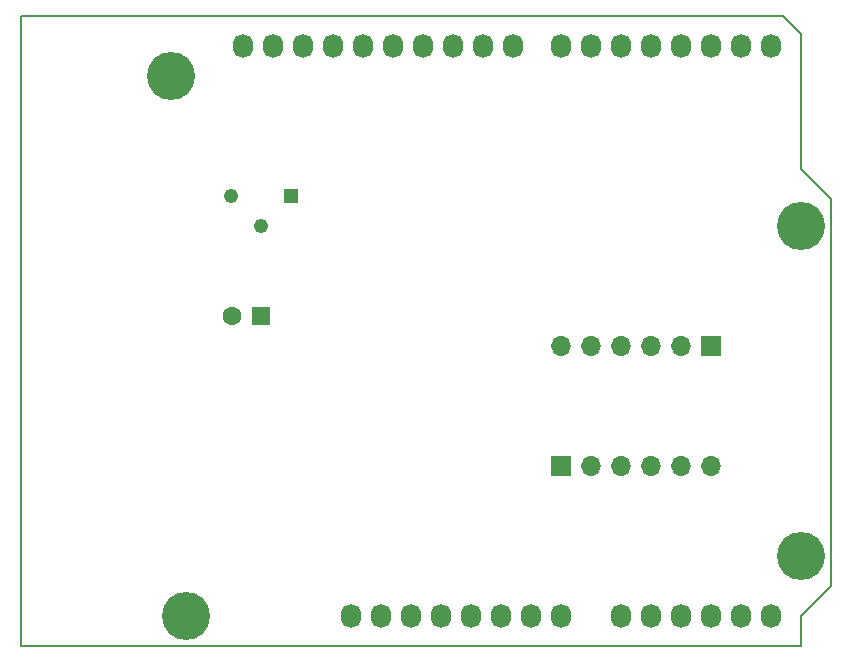
<source format=gbs>
%TF.GenerationSoftware,KiCad,Pcbnew,(6.0.2-0)*%
%TF.CreationDate,2022-05-07T22:45:41-07:00*%
%TF.ProjectId,cpe301d_kicad_David_Nakasone,63706533-3031-4645-9f6b-696361645f44,rev?*%
%TF.SameCoordinates,Original*%
%TF.FileFunction,Soldermask,Bot*%
%TF.FilePolarity,Negative*%
%FSLAX46Y46*%
G04 Gerber Fmt 4.6, Leading zero omitted, Abs format (unit mm)*
G04 Created by KiCad (PCBNEW (6.0.2-0)) date 2022-05-07 22:45:41*
%MOMM*%
%LPD*%
G01*
G04 APERTURE LIST*
%TA.AperFunction,Profile*%
%ADD10C,0.150000*%
%TD*%
%ADD11O,1.727200X2.032000*%
%ADD12C,4.064000*%
%ADD13R,1.700000X1.700000*%
%ADD14O,1.700000X1.700000*%
%ADD15R,1.600000X1.600000*%
%ADD16C,1.600000*%
%ADD17R,1.222000X1.222000*%
%ADD18C,1.222000*%
G04 APERTURE END LIST*
D10*
X179578000Y-88519000D02*
X177038000Y-85979000D01*
X177038000Y-126365000D02*
X177038000Y-123825000D01*
X177038000Y-74549000D02*
X175514000Y-73025000D01*
X177038000Y-123825000D02*
X179578000Y-121285000D01*
X110998000Y-73025000D02*
X110998000Y-126365000D01*
X179578000Y-121285000D02*
X179578000Y-88519000D01*
X110998000Y-126365000D02*
X177038000Y-126365000D01*
X175514000Y-73025000D02*
X110998000Y-73025000D01*
X177038000Y-85979000D02*
X177038000Y-74549000D01*
D11*
%TO.C,P1*%
X138938000Y-123825000D03*
X141478000Y-123825000D03*
X144018000Y-123825000D03*
X146558000Y-123825000D03*
X149098000Y-123825000D03*
X151638000Y-123825000D03*
X154178000Y-123825000D03*
X156718000Y-123825000D03*
%TD*%
%TO.C,P2*%
X161798000Y-123825000D03*
X164338000Y-123825000D03*
X166878000Y-123825000D03*
X169418000Y-123825000D03*
X171958000Y-123825000D03*
X174498000Y-123825000D03*
%TD*%
%TO.C,P3*%
X129794000Y-75565000D03*
X132334000Y-75565000D03*
X134874000Y-75565000D03*
X137414000Y-75565000D03*
X139954000Y-75565000D03*
X142494000Y-75565000D03*
X145034000Y-75565000D03*
X147574000Y-75565000D03*
X150114000Y-75565000D03*
X152654000Y-75565000D03*
%TD*%
%TO.C,P4*%
X156718000Y-75565000D03*
X159258000Y-75565000D03*
X161798000Y-75565000D03*
X164338000Y-75565000D03*
X166878000Y-75565000D03*
X169418000Y-75565000D03*
X171958000Y-75565000D03*
X174498000Y-75565000D03*
%TD*%
D12*
%TO.C,P5*%
X124968000Y-123825000D03*
%TD*%
%TO.C,P6*%
X177038000Y-118745000D03*
%TD*%
%TO.C,P7*%
X123698000Y-78105000D03*
%TD*%
%TO.C,P8*%
X177038000Y-90805000D03*
%TD*%
D13*
%TO.C,J2*%
X169418000Y-100965000D03*
D14*
X166878000Y-100965000D03*
X164338000Y-100965000D03*
X161798000Y-100965000D03*
X159258000Y-100965000D03*
X156718000Y-100965000D03*
%TD*%
D13*
%TO.C,J1*%
X156718000Y-111125000D03*
D14*
X159258000Y-111125000D03*
X161798000Y-111125000D03*
X164338000Y-111125000D03*
X166878000Y-111125000D03*
X169418000Y-111125000D03*
%TD*%
D15*
%TO.C,C1*%
X131318000Y-98425000D03*
D16*
X128818000Y-98425000D03*
%TD*%
D17*
%TO.C,VR1*%
X133858000Y-88265000D03*
D18*
X131318000Y-90805000D03*
X128778000Y-88265000D03*
%TD*%
M02*

</source>
